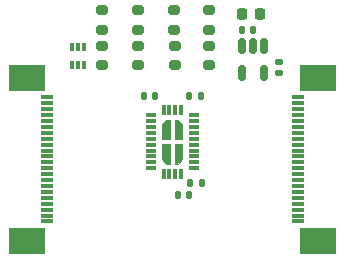
<source format=gbr>
%TF.GenerationSoftware,KiCad,Pcbnew,7.0.10*%
%TF.CreationDate,2024-02-18T19:35:46+01:00*%
%TF.ProjectId,CSI2SPY22,43534932-5350-4593-9232-2e6b69636164,rev?*%
%TF.SameCoordinates,Original*%
%TF.FileFunction,Paste,Bot*%
%TF.FilePolarity,Positive*%
%FSLAX46Y46*%
G04 Gerber Fmt 4.6, Leading zero omitted, Abs format (unit mm)*
G04 Created by KiCad (PCBNEW 7.0.10) date 2024-02-18 19:35:46*
%MOMM*%
%LPD*%
G01*
G04 APERTURE LIST*
G04 Aperture macros list*
%AMRoundRect*
0 Rectangle with rounded corners*
0 $1 Rounding radius*
0 $2 $3 $4 $5 $6 $7 $8 $9 X,Y pos of 4 corners*
0 Add a 4 corners polygon primitive as box body*
4,1,4,$2,$3,$4,$5,$6,$7,$8,$9,$2,$3,0*
0 Add four circle primitives for the rounded corners*
1,1,$1+$1,$2,$3*
1,1,$1+$1,$4,$5*
1,1,$1+$1,$6,$7*
1,1,$1+$1,$8,$9*
0 Add four rect primitives between the rounded corners*
20,1,$1+$1,$2,$3,$4,$5,0*
20,1,$1+$1,$4,$5,$6,$7,0*
20,1,$1+$1,$6,$7,$8,$9,0*
20,1,$1+$1,$8,$9,$2,$3,0*%
G04 Aperture macros list end*
%ADD10C,0.100000*%
%ADD11RoundRect,0.200000X-0.275000X0.200000X-0.275000X-0.200000X0.275000X-0.200000X0.275000X0.200000X0*%
%ADD12RoundRect,0.140000X-0.140000X-0.170000X0.140000X-0.170000X0.140000X0.170000X-0.140000X0.170000X0*%
%ADD13RoundRect,0.225000X-0.225000X-0.250000X0.225000X-0.250000X0.225000X0.250000X-0.225000X0.250000X0*%
%ADD14R,0.850000X0.300000*%
%ADD15R,0.300000X0.850000*%
%ADD16R,1.100000X0.300000*%
%ADD17R,3.100000X2.300000*%
%ADD18RoundRect,0.140000X0.140000X0.170000X-0.140000X0.170000X-0.140000X-0.170000X0.140000X-0.170000X0*%
%ADD19R,0.340000X0.700000*%
%ADD20RoundRect,0.150000X-0.150000X0.512500X-0.150000X-0.512500X0.150000X-0.512500X0.150000X0.512500X0*%
%ADD21RoundRect,0.140000X0.170000X-0.140000X0.170000X0.140000X-0.170000X0.140000X-0.170000X-0.140000X0*%
G04 APERTURE END LIST*
%TO.C,IC1*%
D10*
X15850000Y-15000000D02*
X15500000Y-15350000D01*
X15200000Y-15350000D01*
X15200000Y-13700000D01*
X15850000Y-13700000D01*
X15850000Y-15000000D01*
G36*
X15850000Y-15000000D02*
G01*
X15500000Y-15350000D01*
X15200000Y-15350000D01*
X15200000Y-13700000D01*
X15850000Y-13700000D01*
X15850000Y-15000000D01*
G37*
X15850000Y-12000000D02*
X15850000Y-13300000D01*
X15200000Y-13300000D01*
X15200000Y-11650000D01*
X15500000Y-11650000D01*
X15850000Y-12000000D01*
G36*
X15850000Y-12000000D02*
G01*
X15850000Y-13300000D01*
X15200000Y-13300000D01*
X15200000Y-11650000D01*
X15500000Y-11650000D01*
X15850000Y-12000000D01*
G37*
X14800000Y-15350000D02*
X14500000Y-15350000D01*
X14150000Y-15000000D01*
X14150000Y-13700000D01*
X14800000Y-13700000D01*
X14800000Y-15350000D01*
G36*
X14800000Y-15350000D02*
G01*
X14500000Y-15350000D01*
X14150000Y-15000000D01*
X14150000Y-13700000D01*
X14800000Y-13700000D01*
X14800000Y-15350000D01*
G37*
X14800000Y-13300000D02*
X14150000Y-13300000D01*
X14150000Y-12000000D01*
X14500000Y-11650000D01*
X14800000Y-11650000D01*
X14800000Y-13300000D01*
G36*
X14800000Y-13300000D02*
G01*
X14150000Y-13300000D01*
X14150000Y-12000000D01*
X14500000Y-11650000D01*
X14800000Y-11650000D01*
X14800000Y-13300000D01*
G37*
%TD*%
D11*
%TO.C,R2*%
X18115000Y-5370000D03*
X18115000Y-7020000D03*
%TD*%
D12*
%TO.C,C2*%
X16430000Y-9640000D03*
X17390000Y-9640000D03*
%TD*%
D13*
%TO.C,C7*%
X20860000Y-2695000D03*
X22410000Y-2695000D03*
%TD*%
D14*
%TO.C,IC1*%
X16800000Y-11250000D03*
X16800000Y-11750000D03*
X16800000Y-12250000D03*
X16800000Y-12750000D03*
X16800000Y-13250000D03*
X16800000Y-13750000D03*
X16800000Y-14250000D03*
X16800000Y-14750000D03*
X16800000Y-15250000D03*
X16800000Y-15750000D03*
D15*
X15750000Y-16200000D03*
X15250000Y-16200000D03*
X14750000Y-16200000D03*
X14250000Y-16200000D03*
D14*
X13200000Y-15750000D03*
X13200000Y-15250000D03*
X13200000Y-14750000D03*
X13200000Y-14250000D03*
X13200000Y-13750000D03*
X13200000Y-13250000D03*
X13200000Y-12750000D03*
X13200000Y-12250000D03*
X13200000Y-11750000D03*
X13200000Y-11250000D03*
D15*
X14250000Y-10800000D03*
X14750000Y-10800000D03*
X15250000Y-10800000D03*
X15750000Y-10800000D03*
%TD*%
D16*
%TO.C,J4*%
X25650000Y-9750000D03*
X25650000Y-10250000D03*
X25650000Y-10750000D03*
X25650000Y-11250000D03*
X25650000Y-11750000D03*
X25650000Y-12250000D03*
X25650000Y-12750000D03*
X25650000Y-13250000D03*
X25650000Y-13750000D03*
X25650000Y-14250000D03*
X25650000Y-14750000D03*
X25650000Y-15250000D03*
X25650000Y-15750000D03*
X25650000Y-16250000D03*
X25650000Y-16750000D03*
X25650000Y-17250000D03*
X25650000Y-17750000D03*
X25650000Y-18250000D03*
X25650000Y-18750000D03*
X25650000Y-19250000D03*
X25650000Y-19750000D03*
X25650000Y-20250000D03*
D17*
X27350000Y-8080000D03*
X27350000Y-21920000D03*
%TD*%
D11*
%TO.C,R1*%
X18105000Y-2370000D03*
X18105000Y-4020000D03*
%TD*%
%TO.C,R8*%
X9025000Y-5370000D03*
X9025000Y-7020000D03*
%TD*%
D18*
%TO.C,C3*%
X13545000Y-9650000D03*
X12585000Y-9650000D03*
%TD*%
D11*
%TO.C,R6*%
X12105000Y-5370000D03*
X12105000Y-7020000D03*
%TD*%
D12*
%TO.C,C4*%
X15455000Y-18005000D03*
X16415000Y-18005000D03*
%TD*%
D16*
%TO.C,J5*%
X4350000Y-9750000D03*
X4350000Y-10250000D03*
X4350000Y-10750000D03*
X4350000Y-11250000D03*
X4350000Y-11750000D03*
X4350000Y-12250000D03*
X4350000Y-12750000D03*
X4350000Y-13250000D03*
X4350000Y-13750000D03*
X4350000Y-14250000D03*
X4350000Y-14750000D03*
X4350000Y-15250000D03*
X4350000Y-15750000D03*
X4350000Y-16250000D03*
X4350000Y-16750000D03*
X4350000Y-17250000D03*
X4350000Y-17750000D03*
X4350000Y-18250000D03*
X4350000Y-18750000D03*
X4350000Y-19250000D03*
X4350000Y-19750000D03*
X4350000Y-20250000D03*
D17*
X2650000Y-21920000D03*
X2650000Y-8080000D03*
%TD*%
D19*
%TO.C,Q1*%
X6475000Y-5475000D03*
X6975000Y-5475000D03*
X7475000Y-5475000D03*
X7475000Y-6975000D03*
X6975000Y-6975000D03*
X6475000Y-6975000D03*
%TD*%
D11*
%TO.C,R7*%
X9015000Y-2370000D03*
X9015000Y-4020000D03*
%TD*%
D20*
%TO.C,U1*%
X20875000Y-5422500D03*
X21825000Y-5422500D03*
X22775000Y-5422500D03*
X22775000Y-7697500D03*
X20875000Y-7697500D03*
%TD*%
D12*
%TO.C,C6*%
X20855000Y-4025000D03*
X21815000Y-4025000D03*
%TD*%
D11*
%TO.C,R3*%
X15175000Y-2370000D03*
X15175000Y-4020000D03*
%TD*%
D21*
%TO.C,C5*%
X24015000Y-7695000D03*
X24015000Y-6735000D03*
%TD*%
D11*
%TO.C,R5*%
X12095000Y-2370000D03*
X12095000Y-4020000D03*
%TD*%
%TO.C,R4*%
X15185000Y-5370000D03*
X15185000Y-7020000D03*
%TD*%
D12*
%TO.C,C1*%
X16530000Y-17005000D03*
X17490000Y-17005000D03*
%TD*%
M02*

</source>
